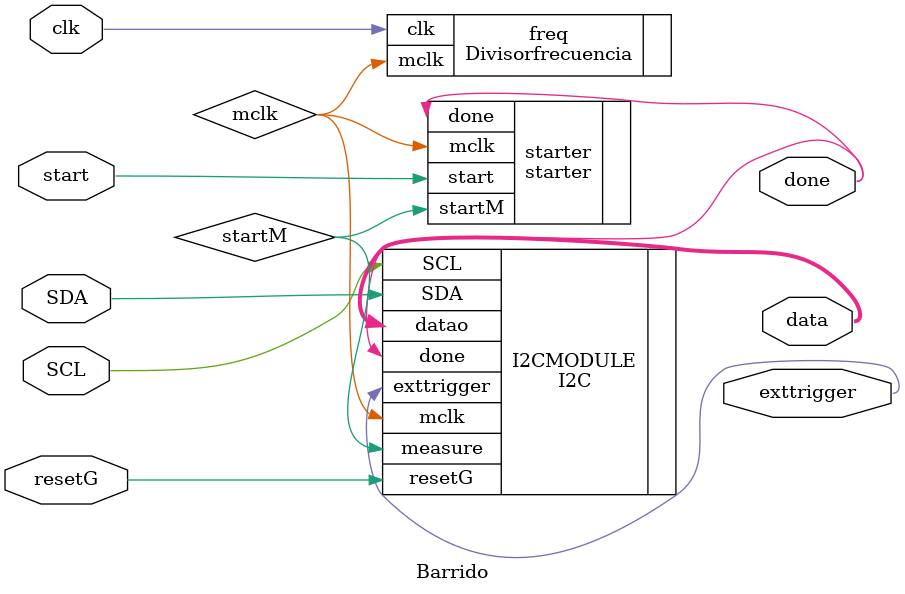
<source format=v>
`timescale 1ns / 1ps
module Barrido(
    input start,
    output [15:0] data,
    output done,
    input resetG,
    input clk,
    inout SDA,
    inout SCL,
    output exttrigger
);

wire mclk;
wire startM;
	

I2C I2CMODULE(
.measure(startM), 
.mclk(mclk), 
.SDA(SDA), 
.SCL(SCL),
.done(done), 
.datao(data), 
.exttrigger(exttrigger), 
.resetG(resetG));

Divisorfrecuencia freq(
.clk(clk), 
.mclk(mclk)
);

starter starter(
.mclk(mclk), 
.startM(startM), 
.done(done), 
.start(start)
);

//interfaz interfaz(.measure(start), .measureP(startM), .clk(mclk));


endmodule

</source>
